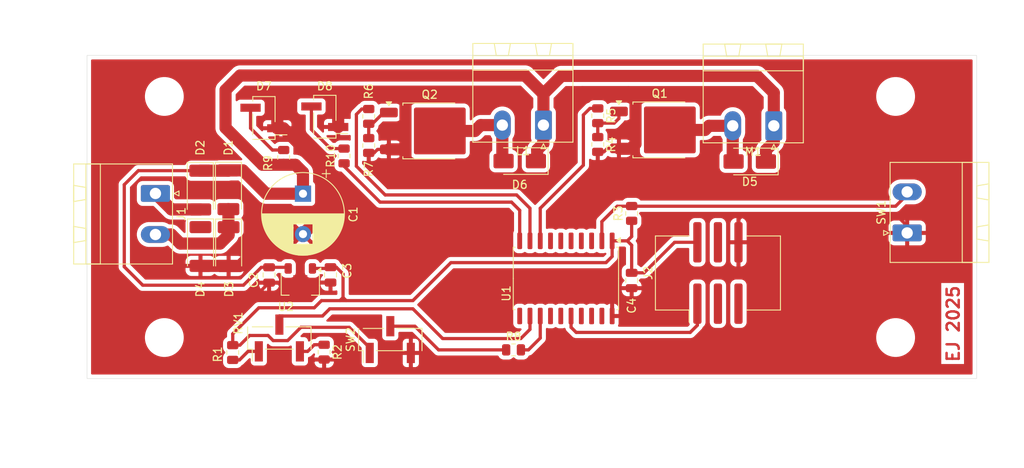
<source format=kicad_pcb>
(kicad_pcb
	(version 20241229)
	(generator "pcbnew")
	(generator_version "9.0")
	(general
		(thickness 1.6)
		(legacy_teardrops no)
	)
	(paper "A4" portrait)
	(layers
		(0 "F.Cu" signal)
		(2 "B.Cu" signal)
		(9 "F.Adhes" user "F.Adhesive")
		(11 "B.Adhes" user "B.Adhesive")
		(13 "F.Paste" user)
		(15 "B.Paste" user)
		(5 "F.SilkS" user "F.Silkscreen")
		(7 "B.SilkS" user "B.Silkscreen")
		(1 "F.Mask" user)
		(3 "B.Mask" user)
		(17 "Dwgs.User" user "User.Drawings")
		(19 "Cmts.User" user "User.Comments")
		(21 "Eco1.User" user "User.Eco1")
		(23 "Eco2.User" user "User.Eco2")
		(25 "Edge.Cuts" user)
		(27 "Margin" user)
		(31 "F.CrtYd" user "F.Courtyard")
		(29 "B.CrtYd" user "B.Courtyard")
		(35 "F.Fab" user)
		(33 "B.Fab" user)
		(39 "User.1" user)
		(41 "User.2" user)
		(43 "User.3" user)
		(45 "User.4" user)
	)
	(setup
		(pad_to_mask_clearance 0)
		(allow_soldermask_bridges_in_footprints no)
		(tenting front back)
		(pcbplotparams
			(layerselection 0x00000000_00000000_55555555_55555551)
			(plot_on_all_layers_selection 0x00000000_00000000_00000000_00000000)
			(disableapertmacros no)
			(usegerberextensions no)
			(usegerberattributes yes)
			(usegerberadvancedattributes yes)
			(creategerberjobfile yes)
			(dashed_line_dash_ratio 12.000000)
			(dashed_line_gap_ratio 3.000000)
			(svgprecision 4)
			(plotframeref no)
			(mode 1)
			(useauxorigin no)
			(hpglpennumber 1)
			(hpglpenspeed 20)
			(hpglpendiameter 15.000000)
			(pdf_front_fp_property_popups yes)
			(pdf_back_fp_property_popups yes)
			(pdf_metadata yes)
			(pdf_single_document no)
			(dxfpolygonmode yes)
			(dxfimperialunits yes)
			(dxfusepcbnewfont yes)
			(psnegative no)
			(psa4output no)
			(plot_black_and_white yes)
			(sketchpadsonfab no)
			(plotpadnumbers no)
			(hidednponfab no)
			(sketchdnponfab no)
			(crossoutdnponfab no)
			(subtractmaskfromsilk no)
			(outputformat 4)
			(mirror yes)
			(drillshape 1)
			(scaleselection 1)
			(outputdirectory "")
		)
	)
	(net 0 "")
	(net 1 "+VDC")
	(net 2 "GND")
	(net 3 "+5V")
	(net 4 "Net-(D1-A)")
	(net 5 "Net-(D2-A)")
	(net 6 "Net-(D5-A)")
	(net 7 "Net-(D6-A)")
	(net 8 "Net-(J2-DATA)")
	(net 9 "unconnected-(J2-NC-Pad3)")
	(net 10 "unconnected-(J2-NC-Pad5)")
	(net 11 "unconnected-(J2-NC-Pad4)")
	(net 12 "Net-(Q1-G)")
	(net 13 "Net-(Q2-G)")
	(net 14 "Net-(R1-Pad2)")
	(net 15 "Net-(R2-Pad1)")
	(net 16 "Net-(SW1-B)")
	(net 17 "Net-(U1-PB1)")
	(net 18 "Net-(U1-PC1)")
	(net 19 "Net-(SW2-B)")
	(net 20 "Net-(U1-PC0)")
	(net 21 "unconnected-(U1-PA1-Pad17)")
	(net 22 "unconnected-(U1-PC2-Pad14)")
	(net 23 "unconnected-(U1-PA7-Pad5)")
	(net 24 "unconnected-(U1-PA2-Pad18)")
	(net 25 "unconnected-(U1-PA5-Pad3)")
	(net 26 "unconnected-(U1-PB5-Pad6)")
	(net 27 "unconnected-(U1-PB4-Pad7)")
	(net 28 "unconnected-(U1-PA3-Pad19)")
	(net 29 "unconnected-(U1-PA6-Pad4)")
	(net 30 "Net-(D7-A)")
	(net 31 "Net-(D8-A)")
	(net 32 "Net-(U1-PB2)")
	(net 33 "Net-(U1-PB3)")
	(net 34 "unconnected-(U1-PB0-Pad11)")
	(net 35 "unconnected-(U1-PC3-Pad15)")
	(footprint "Resistor_SMD:R_0805_2012Metric" (layer "F.Cu") (at 84.709 31.369 90))
	(footprint "Connector_PinHeader_2.54mm:PinHeader_1x02_P2.54mm_Vertical_SMD_Pin1Left" (layer "F.Cu") (at 74.799 26.67 180))
	(footprint "Diode_SMD:D_SMA" (layer "F.Cu") (at 106.4326 32.004 180))
	(footprint "Capacitor_SMD:C_0805_2012Metric" (layer "F.Cu") (at 83.0326 46.0908 -90))
	(footprint "Connector_Phoenix_MSTB:PhoenixContact_MSTBA_2,5_2-G-5,08_1x02_P5.08mm_Horizontal" (layer "F.Cu") (at 137.8458 27.6352 180))
	(footprint "Resistor_SMD:R_0805_2012Metric" (layer "F.Cu") (at 87.757 30.0755 -90))
	(footprint "Connector_IDC:IDC-Header_2x03_P2.54mm_Vertical_SMD" (layer "F.Cu") (at 130.937 45.857 90))
	(footprint "Resistor_SMD:R_0805_2012Metric" (layer "F.Cu") (at 70.9422 55.7022 -90))
	(footprint "Resistor_SMD:R_0805_2012Metric" (layer "F.Cu") (at 116.078 26.3944 -90))
	(footprint "MountingHole:MountingHole_4.3mm_M4" (layer "F.Cu") (at 152.908 24.003))
	(footprint "Diode_SMD:D_MELF" (layer "F.Cu") (at 70.4338 42.59 -90))
	(footprint "Diode_SMD:D_MELF" (layer "F.Cu") (at 66.9286 35.592 -90))
	(footprint "Connector_Phoenix_MSTB:PhoenixContact_MSTBA_2,5_2-G-5,08_1x02_P5.08mm_Horizontal" (layer "F.Cu") (at 61.3847 36.0122 -90))
	(footprint "MountingHole:MountingHole_4.3mm_M4" (layer "F.Cu") (at 62.484 24.003))
	(footprint "Connector_PinHeader_2.54mm:PinHeader_1x02_P2.54mm_Vertical_SMD_Pin1Left" (layer "F.Cu") (at 82.3263 26.5138 180))
	(footprint "Capacitor_THT:CP_Radial_D10.0mm_P5.00mm" (layer "F.Cu") (at 79.629 36.0426 -90))
	(footprint "Connector_PinHeader_2.54mm:PinHeader_1x03_P2.54mm_Vertical_SMD_Pin1Left" (layer "F.Cu") (at 90.424 54.098 90))
	(footprint "Connector_PinHeader_2.54mm:PinHeader_1x03_P2.54mm_Vertical_SMD_Pin1Left" (layer "F.Cu") (at 76.708 53.9028 90))
	(footprint "Resistor_SMD:R_0805_2012Metric" (layer "F.Cu") (at 77.2414 31.5487 90))
	(footprint "Diode_SMD:D_MELF" (layer "F.Cu") (at 66.954 42.577 -90))
	(footprint "MountingHole:MountingHole_4.3mm_M4" (layer "F.Cu") (at 152.908 53.848))
	(footprint "Package_SO:SOIC-20W_7.5x12.8mm_P1.27mm" (layer "F.Cu") (at 112.141 46.531 -90))
	(footprint "Resistor_SMD:R_0805_2012Metric" (layer "F.Cu") (at 105.664 55.372))
	(footprint "Package_TO_SOT_SMD:SOT-89-3" (layer "F.Cu") (at 79.2988 47.244 -90))
	(footprint "MountingHole:MountingHole_4.3mm_M4" (layer "F.Cu") (at 62.484 53.848))
	(footprint "Package_TO_SOT_SMD:TO-252-2" (layer "F.Cu") (at 123.7334 28.147))
	(footprint "Resistor_SMD:R_0805_2012Metric" (layer "F.Cu") (at 87.757 26.4706 -90))
	(footprint "Diode_SMD:D_SMA" (layer "F.Cu") (at 134.874 32.0548 180))
	(footprint "Connector_Phoenix_MSTB:PhoenixContact_MSTBA_2,5_2-G-5,08_1x02_P5.08mm_Horizontal" (layer "F.Cu") (at 154.3375 40.899 90))
	(footprint "Diode_SMD:D_MELF" (layer "F.Cu") (at 70.4084 35.5542 -90))
	(footprint "Capacitor_SMD:C_0805_2012Metric" (layer "F.Cu") (at 120.269 46.785 90))
	(footprint "Package_TO_SOT_SMD:TO-252-2"
		(layer "F.Cu")
		(uuid "cc4e1456-ddce-487a-841e-15edca55be4a")
		(at 95.2887 28.2749)
		(descr "TO-252/DPAK SMD package, http://www.infineon.com/cms/en/product/packages/PG-TO252/PG-TO252-3-1/")
		(tags "DPAK TO-252 DPAK-3 TO-252-3 SOT-428")
		(property "Reference" "Q2"
			(at 0 -4.5 0)
			(layer "F.SilkS")
			(uuid "4e048d24-59d3-4c89-b62e-b00e6c27830e")
			(effects
				(font
					(size 1 1)
					(thickness 0.15)
				)
			)
		)
		(property "Value" "NMOS"
			(at 0 4.5 0)
			(layer "F.Fab")
			(uuid "835a73d9-38ad-4d44-b564-103f9dfbb794")
			(effects
				(font
					(size 1 1)
					(thickness 0.15)
				)
			)
		)
		(property "Datasheet" "https://ngspice.sourceforge.io/docs/ngspice-html-manual/manual.xhtml#cha_MOSFETs"
			(at 0 0 0)
			(layer "F.Fab")
			(hide yes)
			(uuid "f9613f28-a6c8-4f0d-92ba-201eec7efe47")
			(effects
				(font
					(size 1.27 1.27)
					(thickness 0.15)
				)
			)
		)
		(property "Description" "N-MOSFET transistor, drain/source/gate"
			(at 0 0 0)
			(layer "F.Fab")
			(hide yes)
			(uuid "a3bd0582-f971-455e-9437-5b773434fa55")
			(effects
				(font
					(size 1.27 1.27)
					(thickness 0.15)
				)
			)
		)
		(property "Sim.Device" "NMOS"
			(at 0 0 0)
			(unlocked yes)
			(layer "F.Fab")
			(hide yes)
			(uuid "21591ab2-021f-4fac-8cdf-d40fa9697e8e")
			(effects
				(font
					(size 1 1)
					(thickness 0.15)
				)
			)
		)
		(property "Sim.Type" "VDMOS"
			(at 0 0 0)
			(unlocked yes)
			(layer "F.Fab")
			(hide yes)
			(uuid "142bd34f-4359-42b0-821a-4b747a81d9f8")
			(effects
				(font
					(size 1 1)
					(thickness 0.15)
				)
			)
		)
		(property "Sim.Pins" "1=G 2=D 3=S"
			(at 0 0 0)
			(unlocked yes)
			(layer "F.Fab")
			(hide yes)
			(uuid "3918d7ec-48e4-42bc-9dd6-bffe7b04ff9a")
			(effects
				(font
					(size 1 1)
					(thickness 0.15)
				)
			)
		)
		(path "/fde286df-def5-4e0d-95fb-4234d0e908c3")
		(sheetname "/")
		(sheetfile "vakuumPinzette.kicad_sch")
		(attr smd)
		(fp_line
			(start -3.31 -3.45)
			(end -3.31 -
... [186099 chars truncated]
</source>
